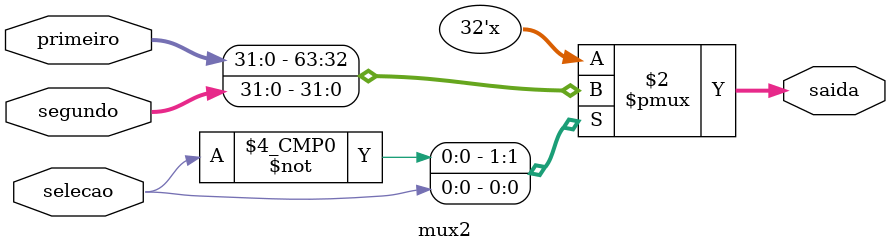
<source format=sv>
module mux2 #(parameter W = 32) (input logic [W-1:0] primeiro, segundo, input logic selecao, output logic [W-1:0] saida);
	always_comb begin
		case (selecao)
			1'b0: saida = primeiro;
			1'b1: saida = segundo;
			default: saida = primeiro;
		endcase
	end
endmodule: mux2
</source>
